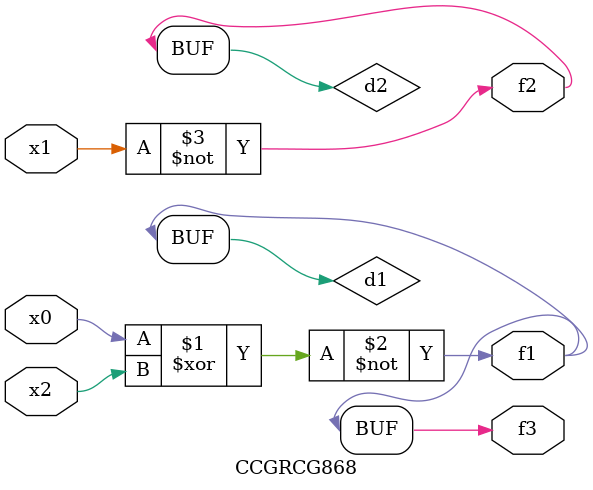
<source format=v>
module CCGRCG868(
	input x0, x1, x2,
	output f1, f2, f3
);

	wire d1, d2, d3;

	xnor (d1, x0, x2);
	nand (d2, x1);
	nor (d3, x1, x2);
	assign f1 = d1;
	assign f2 = d2;
	assign f3 = d1;
endmodule

</source>
